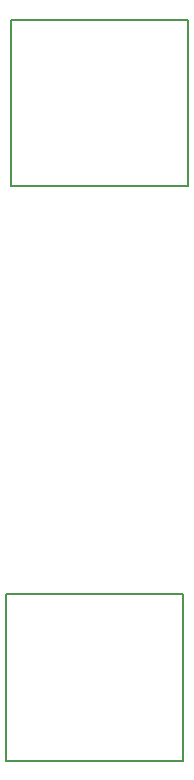
<source format=gto>
G04 #@! TF.FileFunction,Legend,Top*
%FSLAX46Y46*%
G04 Gerber Fmt 4.6, Leading zero omitted, Abs format (unit mm)*
G04 Created by KiCad (PCBNEW 4.0.4-stable) date 09/22/16 21:37:27*
%MOMM*%
%LPD*%
G01*
G04 APERTURE LIST*
%ADD10C,0.100000*%
%ADD11C,0.150000*%
G04 APERTURE END LIST*
D10*
D11*
X125349860Y-106804880D02*
X125349860Y-120901880D01*
X110363860Y-120901880D02*
X110363860Y-106804880D01*
X125349860Y-106804880D02*
X110363860Y-106804880D01*
X125349860Y-120901880D02*
X110363860Y-120901880D01*
X110870140Y-72265120D02*
X110870140Y-58168120D01*
X125856140Y-58168120D02*
X125856140Y-72265120D01*
X110870140Y-72265120D02*
X125856140Y-72265120D01*
X110870140Y-58168120D02*
X125856140Y-58168120D01*
M02*

</source>
